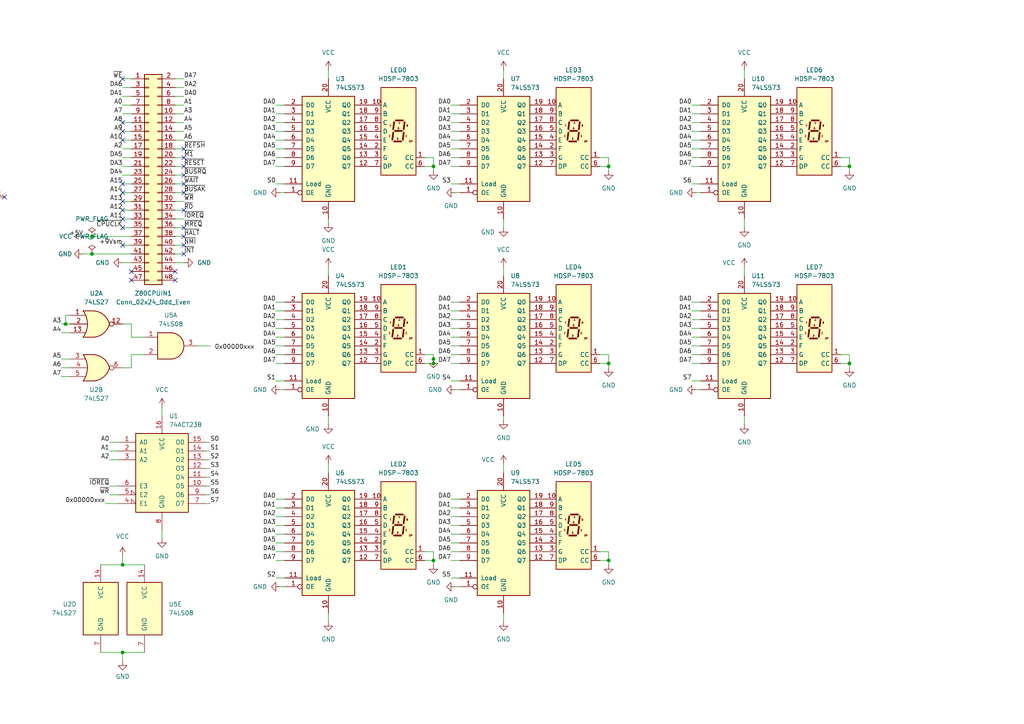
<source format=kicad_sch>
(kicad_sch (version 20211123) (generator eeschema)
  (paper "A4")
  (title_block (title "UniBoard") (date "2019-11-10") (rev "Alpha") (company "Ontobus") (comment 1 "John Bradley") (comment 2 "https://creativecommons.org/licenses/by-nc-sa/4.0/") (comment 3 "Attribution-NonCommercial-ShareAlike 4.0 International License.") (comment 4 "This work is licensed under a Creative Commons "))
  (lib_symbols
    (symbol "74xx:74ACT238" (pin_names (offset 1.016))
      (property "Reference" "U" (at -7.62 11.43 0))
      (property "Value" "74xx_74ACT238" (at -7.62 -13.97 0))
      (symbol "74ACT238_1_0"
        (pin input line (at -12.7 7.62 0) (length 5.08) (name "A0") (number "1"))
        (pin output line (at 12.7 -5.08 180) (length 5.08) (name "O5") (number "10"))
        (pin output line (at 12.7 -2.54 180) (length 5.08) (name "O4") (number "11"))
        (pin output line (at 12.7 0 180) (length 5.08) (name "O3") (number "12"))
        (pin output line (at 12.7 2.54 180) (length 5.08) (name "O2") (number "13"))
        (pin output line (at 12.7 5.08 180) (length 5.08) (name "O1") (number "14"))
        (pin output line (at 12.7 7.62 180) (length 5.08) (name "O0") (number "15"))
        (pin power_in line (at 0 15.24 270) (length 5.08) (name "VCC") (number "16"))
        (pin input line (at -12.7 5.08 0) (length 5.08) (name "A1") (number "2"))
        (pin input line (at -12.7 2.54 0) (length 5.08) (name "A2") (number "3"))
        (pin input input_low (at -12.7 -10.16 0) (length 5.08) (name "E1") (number "4"))
        (pin input input_low (at -12.7 -7.62 0) (length 5.08) (name "E2") (number "5"))
        (pin input line (at -12.7 -5.08 0) (length 5.08) (name "E3") (number "6"))
        (pin output line (at 12.7 -10.16 180) (length 5.08) (name "O7") (number "7"))
        (pin power_in line (at 0 -17.78 90) (length 5.08) (name "GND") (number "8"))
        (pin output line (at 12.7 -7.62 180) (length 5.08) (name "O6") (number "9"))
      )
    )
    (symbol "74xx:74LS08" (pin_names (offset 1.016))
      (property "Reference" "U" (at 0 1.27 0))
      (property "Value" "74LS08" (at 0 -1.27 0))
      (symbol "74LS08_1_1"
        (pin input line (at -7.62 2.54 0) (length 3.81) (name "~") (number "1"))
        (pin input line (at -7.62 -2.54 0) (length 3.81) (name "~") (number "2"))
        (pin output line (at 7.62 0 180) (length 3.81) (name "~") (number "3"))
      )
      (symbol "74LS08_1_2"
        (pin input inverted (at -7.62 2.54 0) (length 4.318) (name "~") (number "1"))
        (pin input inverted (at -7.62 -2.54 0) (length 4.318) (name "~") (number "2"))
        (pin output inverted (at 7.62 0 180) (length 3.81) (name "~") (number "3"))
      )
      (symbol "74LS08_2_1"
        (pin input line (at -7.62 2.54 0) (length 3.81) (name "~") (number "4"))
        (pin input line (at -7.62 -2.54 0) (length 3.81) (name "~") (number "5"))
        (pin output line (at 7.62 0 180) (length 3.81) (name "~") (number "6"))
      )
      (symbol "74LS08_2_2"
        (pin input inverted (at -7.62 2.54 0) (length 4.318) (name "~") (number "4"))
        (pin input inverted (at -7.62 -2.54 0) (length 4.318) (name "~") (number "5"))
        (pin output inverted (at 7.62 0 180) (length 3.81) (name "~") (number "6"))
      )
      (symbol "74LS08_3_1"
        (pin input line (at -7.62 -2.54 0) (length 3.81) (name "~") (number "10"))
        (pin output line (at 7.62 0 180) (length 3.81) (name "~") (number "8"))
        (pin input line (at -7.62 2.54 0) (length 3.81) (name "~") (number "9"))
      )
      (symbol "74LS08_3_2"
        (pin input inverted (at -7.62 -2.54 0) (length 4.318) (name "~") (number "10"))
        (pin output inverted (at 7.62 0 180) (length 3.81) (name "~") (number "8"))
        (pin input inverted (at -7.62 2.54 0) (length 4.318) (name "~") (number "9"))
      )
      (symbol "74LS08_4_1"
        (pin output line (at 7.62 0 180) (length 3.81) (name "~") (number "11"))
        (pin input line (at -7.62 2.54 0) (length 3.81) (name "~") (number "12"))
        (pin input line (at -7.62 -2.54 0) (length 3.81) (name "~") (number "13"))
      )
      (symbol "74LS08_4_2"
        (pin output inverted (at 7.62 0 180) (length 3.81) (name "~") (number "11"))
        (pin input inverted (at -7.62 2.54 0) (length 4.318) (name "~") (number "12"))
        (pin input inverted (at -7.62 -2.54 0) (length 4.318) (name "~") (number "13"))
      )
      (symbol "74LS08_5_0"
        (pin power_in line (at 0 12.7 270) (length 5.08) (name "VCC") (number "14"))
        (pin power_in line (at 0 -12.7 90) (length 5.08) (name "GND") (number "7"))
      )
    )
    (symbol "74xx:74LS27" (pin_names (offset 1.016))
      (property "Reference" "U" (at 0 1.27 0))
      (property "Value" "74LS27" (at 0 -1.27 0))
      (symbol "74LS27_1_1"
        (pin input line (at -7.62 2.54 0) (length 4.318) (name "~") (number "1"))
        (pin output inverted (at 7.62 0 180) (length 3.81) (name "~") (number "12"))
        (pin input line (at -7.62 -2.54 0) (length 4.318) (name "~") (number "13"))
        (pin input line (at -7.62 0 0) (length 4.953) (name "~") (number "2"))
      )
      (symbol "74LS27_1_2"
        (pin input inverted (at -7.62 2.54 0) (length 3.81) (name "~") (number "1"))
        (pin output line (at 7.62 0 180) (length 3.81) (name "~") (number "12"))
        (pin input inverted (at -7.62 -2.54 0) (length 3.81) (name "~") (number "13"))
        (pin input inverted (at -7.62 0 0) (length 3.81) (name "~") (number "2"))
      )
      (symbol "74LS27_2_1"
        (pin input line (at -7.62 2.54 0) (length 4.318) (name "~") (number "3"))
        (pin input line (at -7.62 0 0) (length 4.953) (name "~") (number "4"))
        (pin input line (at -7.62 -2.54 0) (length 4.318) (name "~") (number "5"))
        (pin output inverted (at 7.62 0 180) (length 3.81) (name "~") (number "6"))
      )
      (symbol "74LS27_2_2"
        (pin input inverted (at -7.62 2.54 0) (length 3.81) (name "~") (number "3"))
        (pin input inverted (at -7.62 0 0) (length 3.81) (name "~") (number "4"))
        (pin input inverted (at -7.62 -2.54 0) (length 3.81) (name "~") (number "5"))
        (pin output line (at 7.62 0 180) (length 3.81) (name "~") (number "6"))
      )
      (symbol "74LS27_3_1"
        (pin input line (at -7.62 0 0) (length 4.953) (name "~") (number "10"))
        (pin input line (at -7.62 -2.54 0) (length 4.318) (name "~") (number "11"))
        (pin output inverted (at 7.62 0 180) (length 3.81) (name "~") (number "8"))
        (pin input line (at -7.62 2.54 0) (length 4.318) (name "~") (number "9"))
      )
      (symbol "74LS27_3_2"
        (pin input inverted (at -7.62 0 0) (length 3.81) (name "~") (number "10"))
        (pin input inverted (at -7.62 -2.54 0) (length 3.81) (name "~") (number "11"))
        (pin output line (at 7.62 0 180) (length 3.81) (name "~") (number "8"))
        (pin input inverted (at -7.62 2.54 0) (length 3.81) (name "~") (number "9"))
      )
      (symbol "74LS27_4_0"
        (pin power_in line (at 0 12.7 270) (length 5.08) (name "VCC") (number "14"))
        (pin power_in line (at 0 -12.7 90) (length 5.08) (name "GND") (number "7"))
      )
    )
    (symbol "74xx:74LS573" (pin_names (offset 1.016))
      (property "Reference" "U" (at -7.62 16.51 0))
      (property "Value" "74LS573" (at -7.62 -16.51 0))
      (symbol "74LS573_1_0"
        (pin input inverted (at -12.7 -12.7 0) (length 5.08) (name "OE") (number "1"))
        (pin power_in line (at 0 -20.32 90) (length 5.08) (name "GND") (number "10"))
        (pin input line (at -12.7 -10.16 0) (length 5.08) (name "Load") (number "11"))
        (pin tri_state line (at 12.7 -5.08 180) (length 5.08) (name "Q7") (number "12"))
        (pin tri_state line (at 12.7 -2.54 180) (length 5.08) (name "Q6") (number "13"))
        (pin tri_state line (at 12.7 0 180) (length 5.08) (name "Q5") (number "14"))
        (pin tri_state line (at 12.7 2.54 180) (length 5.08) (name "Q4") (number "15"))
        (pin tri_state line (at 12.7 5.08 180) (length 5.08) (name "Q3") (number "16"))
        (pin tri_state line (at 12.7 7.62 180) (length 5.08) (name "Q2") (number "17"))
        (pin tri_state line (at 12.7 10.16 180) (length 5.08) (name "Q1") (number "18"))
        (pin tri_state line (at 12.7 12.7 180) (length 5.08) (name "Q0") (number "19"))
        (pin input line (at -12.7 12.7 0) (length 5.08) (name "D0") (number "2"))
        (pin power_in line (at 0 20.32 270) (length 5.08) (name "VCC") (number "20"))
        (pin input line (at -12.7 10.16 0) (length 5.08) (name "D1") (number "3"))
        (pin input line (at -12.7 7.62 0) (length 5.08) (name "D2") (number "4"))
        (pin input line (at -12.7 5.08 0) (length 5.08) (name "D3") (number "5"))
        (pin input line (at -12.7 2.54 0) (length 5.08) (name "D4") (number "6"))
        (pin input line (at -12.7 0 0) (length 5.08) (name "D5") (number "7"))
        (pin input line (at -12.7 -2.54 0) (length 5.08) (name "D6") (number "8"))
        (pin input line (at -12.7 -5.08 0) (length 5.08) (name "D7") (number "9"))
      )
    )
    (symbol "Connector_Generic:Conn_02x24_Odd_Even" (pin_names (offset 1.016) hide)
      (property "Reference" "J" (at 1.27 30.48 0))
      (property "Value" "Conn_02x24_Odd_Even" (at 1.27 -33.02 0))
      (symbol "Conn_02x24_Odd_Even_1_1"
        (pin passive line (at -5.08 27.94 0) (length 3.81) (name "Pin_1") (number "1"))
        (pin passive line (at 7.62 17.78 180) (length 3.81) (name "Pin_10") (number "10"))
        (pin passive line (at -5.08 15.24 0) (length 3.81) (name "Pin_11") (number "11"))
        (pin passive line (at 7.62 15.24 180) (length 3.81) (name "Pin_12") (number "12"))
        (pin passive line (at -5.08 12.7 0) (length 3.81) (name "Pin_13") (number "13"))
        (pin passive line (at 7.62 12.7 180) (length 3.81) (name "Pin_14") (number "14"))
        (pin passive line (at -5.08 10.16 0) (length 3.81) (name "Pin_15") (number "15"))
        (pin passive line (at 7.62 10.16 180) (length 3.81) (name "Pin_16") (number "16"))
        (pin passive line (at -5.08 7.62 0) (length 3.81) (name "Pin_17") (number "17"))
        (pin passive line (at 7.62 7.62 180) (length 3.81) (name "Pin_18") (number "18"))
        (pin passive line (at -5.08 5.08 0) (length 3.81) (name "Pin_19") (number "19"))
        (pin passive line (at 7.62 27.94 180) (length 3.81) (name "Pin_2") (number "2"))
        (pin passive line (at 7.62 5.08 180) (length 3.81) (name "Pin_20") (number "20"))
        (pin passive line (at -5.08 2.54 0) (length 3.81) (name "Pin_21") (number "21"))
        (pin passive line (at 7.62 2.54 180) (length 3.81) (name "Pin_22") (number "22"))
        (pin passive line (at -5.08 0 0) (length 3.81) (name "Pin_23") (number "23"))
        (pin passive line (at 7.62 0 180) (length 3.81) (name "Pin_24") (number "24"))
        (pin passive line (at -5.08 -2.54 0) (length 3.81) (name "Pin_25") (number "25"))
        (pin passive line (at 7.62 -2.54 180) (length 3.81) (name "Pin_26") (number "26"))
        (pin passive line (at -5.08 -5.08 0) (length 3.81) (name "Pin_27") (number "27"))
        (pin passive line (at 7.62 -5.08 180) (length 3.81) (name "Pin_28") (number "28"))
        (pin passive line (at -5.08 -7.62 0) (length 3.81) (name "Pin_29") (number "29"))
        (pin passive line (at -5.08 25.4 0) (length 3.81) (name "Pin_3") (number "3"))
        (pin passive line (at 7.62 -7.62 180) (length 3.81) (name "Pin_30") (number "30"))
        (pin passive line (at -5.08 -10.16 0) (length 3.81) (name "Pin_31") (number "31"))
        (pin passive line (at 7.62 -10.16 180) (length 3.81) (name "Pin_32") (number "32"))
        (pin passive line (at -5.08 -12.7 0) (length 3.81) (name "Pin_33") (number "33"))
        (pin passive line (at 7.62 -12.7 180) (length 3.81) (name "Pin_34") (number "34"))
        (pin passive line (at -5.08 -15.24 0) (length 3.81) (name "Pin_35") (number "35"))
        (pin passive line (at 7.62 -15.24 180) (length 3.81) (name "Pin_36") (number "36"))
        (pin passive line (at -5.08 -17.78 0) (length 3.81) (name "Pin_37") (number "37"))
        (pin passive line (at 7.62 -17.78 180) (length 3.81) (name "Pin_38") (number "38"))
        (pin passive line (at -5.08 -20.32 0) (length 3.81) (name "Pin_39") (number "39"))
        (pin passive line (at 7.62 25.4 180) (length 3.81) (name "Pin_4") (number "4"))
        (pin passive line (at 7.62 -20.32 180) (length 3.81) (name "Pin_40") (number "40"))
        (pin passive line (at -5.08 -22.86 0) (length 3.81) (name "Pin_41") (number "41"))
        (pin passive line (at 7.62 -22.86 180) (length 3.81) (name "Pin_42") (number "42"))
        (pin passive line (at -5.08 -25.4 0) (length 3.81) (name "Pin_43") (number "43"))
        (pin passive line (at 7.62 -25.4 180) (length 3.81) (name "Pin_44") (number "44"))
        (pin passive line (at -5.08 -27.94 0) (length 3.81) (name "Pin_45") (number "45"))
        (pin passive line (at 7.62 -27.94 180) (length 3.81) (name "Pin_46") (number "46"))
        (pin passive line (at -5.08 -30.48 0) (length 3.81) (name "Pin_47") (number "47"))
        (pin passive line (at 7.62 -30.48 180) (length 3.81) (name "Pin_48") (number "48"))
        (pin passive line (at -5.08 22.86 0) (length 3.81) (name "Pin_5") (number "5"))
        (pin passive line (at 7.62 22.86 180) (length 3.81) (name "Pin_6") (number "6"))
        (pin passive line (at -5.08 20.32 0) (length 3.81) (name "Pin_7") (number "7"))
        (pin passive line (at 7.62 20.32 180) (length 3.81) (name "Pin_8") (number "8"))
        (pin passive line (at -5.08 17.78 0) (length 3.81) (name "Pin_9") (number "9"))
      )
    )
    (symbol "Display_Character:HDSP-7503"
      (property "Reference" "U" (at -3.81 13.97 0))
      (property "Value" "HDSP-7503" (at 6.35 13.97 0))
      (symbol "HDSP-7503_1_0"
        (text "A" (at 0.254 2.413 0) (effects (font (size 0.508 0.508))))
        (text "B" (at 2.54 1.651 0) (effects (font (size 0.508 0.508))))
        (text "C" (at 2.286 -1.397 0) (effects (font (size 0.508 0.508))))
        (text "D" (at -0.254 -2.159 0) (effects (font (size 0.508 0.508))))
        (text "DP" (at 3.556 -2.921 0) (effects (font (size 0.508 0.508))))
        (text "E" (at -2.54 -1.397 0) (effects (font (size 0.508 0.508))))
        (text "F" (at -2.286 1.651 0) (effects (font (size 0.508 0.508))))
        (text "G" (at 0 0.889 0) (effects (font (size 0.508 0.508))))
      )
      (symbol "HDSP-7503_1_1"
        (pin input line (at 7.62 -7.62 180) (length 2.54) (name "CC") (number "1"))
        (pin input line (at -7.62 7.62 0) (length 2.54) (name "A") (number "10"))
        (pin input line (at -7.62 -5.08 0) (length 2.54) (name "F") (number "2"))
        (pin input line (at -7.62 -7.62 0) (length 2.54) (name "G") (number "3"))
        (pin input line (at -7.62 -2.54 0) (length 2.54) (name "E") (number "4"))
        (pin input line (at -7.62 0 0) (length 2.54) (name "D") (number "5"))
        (pin input line (at 7.62 -10.16 180) (length 2.54) (name "CC") (number "6"))
        (pin input line (at -7.62 -10.16 0) (length 2.54) (name "DP") (number "7"))
        (pin input line (at -7.62 2.54 0) (length 2.54) (name "C") (number "8"))
        (pin input line (at -7.62 5.08 0) (length 2.54) (name "B") (number "9"))
      )
    )
    (symbol "Display_Character:HDSP-7803"
      (property "Reference" "U" (at -3.81 13.97 0))
      (property "Value" "HDSP-7803" (at 6.35 13.97 0))
      (symbol "HDSP-7803_1_0"
        (text "A" (at 0.254 2.413 0) (effects (font (size 0.508 0.508))))
        (text "B" (at 2.54 1.651 0) (effects (font (size 0.508 0.508))))
        (text "C" (at 2.286 -1.397 0) (effects (font (size 0.508 0.508))))
        (text "D" (at -0.254 -2.159 0) (effects (font (size 0.508 0.508))))
        (text "DP" (at 3.556 -2.921 0) (effects (font (size 0.508 0.508))))
        (text "E" (at -2.54 -1.397 0) (effects (font (size 0.508 0.508))))
        (text "F" (at -2.286 1.651 0) (effects (font (size 0.508 0.508))))
        (text "G" (at 0 0.889 0) (effects (font (size 0.508 0.508))))
      )
      (symbol "HDSP-7803_1_1"
        (pin input line (at 7.62 -7.62 180) (length 2.54) (name "CC") (number "1"))
        (pin input line (at -7.62 7.62 0) (length 2.54) (name "A") (number "10"))
        (pin input line (at -7.62 -5.08 0) (length 2.54) (name "F") (number "2"))
        (pin input line (at -7.62 -7.62 0) (length 2.54) (name "G") (number "3"))
        (pin input line (at -7.62 -2.54 0) (length 2.54) (name "E") (number "4"))
        (pin input line (at -7.62 0 0) (length 2.54) (name "D") (number "5"))
        (pin input line (at 7.62 -10.16 180) (length 2.54) (name "CC") (number "6"))
        (pin input line (at -7.62 -10.16 0) (length 2.54) (name "DP") (number "7"))
        (pin input line (at -7.62 2.54 0) (length 2.54) (name "C") (number "8"))
        (pin input line (at -7.62 5.08 0) (length 2.54) (name "B") (number "9"))
      )
    )
    (symbol "power:GND" (power) (pin_names (offset 0))
      (property "Value" "GND" (at 0 -3.81 0))
      (symbol "GND_1_1"
        (pin power_in line (at 0 0 270) (length 0) hide (name "GND") (number "1"))
      )
    )
    (symbol "power:PWR_FLAG" (power) (pin_numbers hide) (pin_names (offset 0) hide)
      (property "Value" "PWR_FLAG" (at 0 3.81 0))
      (symbol "PWR_FLAG_0_0"
        (pin power_out line (at 0 0 90) (length 0) (name "pwr") (number "1"))
      )
    )
    (symbol "power:VCC" (power) (pin_names (offset 0))
      (property "Value" "VCC" (at 0 3.81 0))
      (symbol "VCC_1_1"
        (pin power_in line (at 0 0 90) (length 0) hide (name "VCC") (number "1"))
      )
    )
  )
  (junction (at 125.73 105.41))
  (junction (at 246.38 105.41))
  (junction (at 26.67 68.58))
  (junction (at 125.73 104.14))
  (junction (at 246.38 48.26))
  (junction (at 125.73 162.56))
  (junction (at 125.73 48.26))
  (junction (at 35.56 163.83))
  (junction (at 26.67 73.66))
  (junction (at 19.05 93.98))
  (junction (at 176.53 48.26))
  (junction (at 176.53 105.41))
  (junction (at 35.56 189.23))
  (junction (at 176.53 162.56))
  (no_connect (at 35.56 58.42))
  (no_connect (at 53.34 45.72))
  (no_connect (at 53.34 73.66))
  (no_connect (at 53.34 66.04))
  (no_connect (at 35.56 53.34))
  (no_connect (at 53.34 43.18))
  (no_connect (at 53.34 71.12))
  (no_connect (at 53.34 68.58))
  (no_connect (at 35.56 60.96))
  (no_connect (at -58.42 59.69))
  (no_connect (at -33.02 54.61))
  (no_connect (at 35.56 66.04))
  (no_connect (at 53.34 60.96))
  (no_connect (at -26.67 27.94))
  (no_connect (at 53.34 50.8))
  (no_connect (at 53.34 55.88))
  (no_connect (at 53.34 48.26))
  (no_connect (at -17.78 57.15))
  (no_connect (at 35.56 40.64))
  (no_connect (at -26.67 22.86))
  (no_connect (at -58.42 54.61))
  (no_connect (at 53.34 53.34))
  (no_connect (at 35.56 71.12))
  (no_connect (at 50.8 81.28))
  (no_connect (at 38.1 81.28))
  (no_connect (at -26.67 25.4))
  (no_connect (at 35.56 38.1))
  (no_connect (at -43.18 57.15))
  (no_connect (at -13.97 59.69))
  (no_connect (at 1.27 57.15))
  (no_connect (at -33.02 59.69))
  (no_connect (at -11.43 25.4))
  (no_connect (at -13.97 54.61))
  (no_connect (at 35.56 35.56))
  (no_connect (at 35.56 63.5))
  (no_connect (at 38.1 78.74))
  (no_connect (at 35.56 55.88))
  (no_connect (at 50.8 78.74))
  (no_connect (at 35.56 22.86))
  (wire (pts (xy 59.69 133.35) (xy 60.96 133.35)))
  (wire (pts (xy 215.9 63.5) (xy 215.9 66.04)))
  (wire (pts (xy 38.1 55.88) (xy 35.56 55.88)))
  (wire (pts (xy 133.35 154.94) (xy 130.81 154.94)))
  (wire (pts (xy 34.29 128.27) (xy 31.75 128.27)))
  (wire (pts (xy 35.56 163.83) (xy 35.56 161.29)))
  (wire (pts (xy 133.35 90.17) (xy 130.81 90.17)))
  (wire (pts (xy 38.1 71.12) (xy 35.56 71.12)))
  (wire (pts (xy 173.99 105.41) (xy 176.53 105.41)))
  (wire (pts (xy 215.9 120.65) (xy 215.9 123.19)))
  (wire (pts (xy 133.35 33.02) (xy 130.81 33.02)))
  (wire (pts (xy 246.38 102.87) (xy 246.38 105.41)))
  (wire (pts (xy 38.1 48.26) (xy 35.56 48.26)))
  (wire (pts (xy 203.2 87.63) (xy 200.66 87.63)))
  (wire (pts (xy 243.84 48.26) (xy 246.38 48.26)))
  (wire (pts (xy 82.55 167.64) (xy 80.01 167.64)))
  (wire (pts (xy 203.2 95.25) (xy 200.66 95.25)))
  (wire (pts (xy 53.34 71.12) (xy 50.8 71.12)))
  (wire (pts (xy 203.2 35.56) (xy 200.66 35.56)))
  (wire (pts (xy 95.25 177.8) (xy 95.25 180.34)))
  (wire (pts (xy 82.55 144.78) (xy 80.01 144.78)))
  (wire (pts (xy 50.8 50.8) (xy 53.34 50.8)))
  (wire (pts (xy 20.32 104.14) (xy 17.78 104.14)))
  (wire (pts (xy 59.69 143.51) (xy 60.96 143.51)))
  (wire (pts (xy 133.35 167.64) (xy 130.81 167.64)))
  (wire (pts (xy 50.8 63.5) (xy 53.34 63.5)))
  (wire (pts (xy 41.91 102.87) (xy 38.1 102.87)))
  (wire (pts (xy 46.99 153.67) (xy 46.99 156.21)))
  (wire (pts (xy 133.35 35.56) (xy 130.81 35.56)))
  (wire (pts (xy 95.25 22.86) (xy 95.25 20.32)))
  (wire (pts (xy 35.56 163.83) (xy 41.91 163.83)))
  (wire (pts (xy 125.73 104.14) (xy 125.73 105.41)))
  (wire (pts (xy 173.99 160.02) (xy 176.53 160.02)))
  (wire (pts (xy 146.05 63.5) (xy 146.05 66.04)))
  (wire (pts (xy 38.1 45.72) (xy 35.56 45.72)))
  (wire (pts (xy 203.2 45.72) (xy 200.66 45.72)))
  (wire (pts (xy 29.21 163.83) (xy 35.56 163.83)))
  (wire (pts (xy 123.19 105.41) (xy 125.73 105.41)))
  (wire (pts (xy 203.2 100.33) (xy 200.66 100.33)))
  (wire (pts (xy 176.53 102.87) (xy 176.53 105.41)))
  (wire (pts (xy 38.1 60.96) (xy 35.56 60.96)))
  (wire (pts (xy 59.69 128.27) (xy 60.96 128.27)))
  (wire (pts (xy 133.35 43.18) (xy 130.81 43.18)))
  (wire (pts (xy 50.8 43.18) (xy 53.34 43.18)))
  (wire (pts (xy 82.55 87.63) (xy 80.01 87.63)))
  (wire (pts (xy 34.29 146.05) (xy 30.48 146.05)))
  (wire (pts (xy 38.1 68.58) (xy 26.67 68.58)))
  (wire (pts (xy 50.8 66.04) (xy 53.34 66.04)))
  (wire (pts (xy 50.8 53.34) (xy 53.34 53.34)))
  (wire (pts (xy 50.8 33.02) (xy 53.34 33.02)))
  (wire (pts (xy 38.1 66.04) (xy 35.56 66.04)))
  (wire (pts (xy 133.35 45.72) (xy 130.81 45.72)))
  (wire (pts (xy 20.32 106.68) (xy 17.78 106.68)))
  (wire (pts (xy 38.1 43.18) (xy 35.56 43.18)))
  (wire (pts (xy 20.32 96.52) (xy 17.78 96.52)))
  (wire (pts (xy 20.32 93.98) (xy 19.05 93.98)))
  (wire (pts (xy 133.35 97.79) (xy 130.81 97.79)))
  (wire (pts (xy 176.53 48.26) (xy 176.53 49.53)))
  (wire (pts (xy 243.84 105.41) (xy 246.38 105.41)))
  (wire (pts (xy 133.35 113.03) (xy 132.08 113.03)))
  (wire (pts (xy 133.35 48.26) (xy 130.81 48.26)))
  (wire (pts (xy 82.55 100.33) (xy 80.01 100.33)))
  (wire (pts (xy 203.2 38.1) (xy 200.66 38.1)))
  (wire (pts (xy 146.05 120.65) (xy 146.05 121.92)))
  (wire (pts (xy 203.2 40.64) (xy 200.66 40.64)))
  (wire (pts (xy 173.99 45.72) (xy 176.53 45.72)))
  (wire (pts (xy 82.55 160.02) (xy 80.01 160.02)))
  (wire (pts (xy 38.1 27.94) (xy 35.56 27.94)))
  (wire (pts (xy 82.55 154.94) (xy 80.01 154.94)))
  (wire (pts (xy 246.38 48.26) (xy 246.38 49.53)))
  (wire (pts (xy 82.55 162.56) (xy 80.01 162.56)))
  (wire (pts (xy 50.8 55.88) (xy 53.34 55.88)))
  (wire (pts (xy 203.2 113.03) (xy 201.93 113.03)))
  (wire (pts (xy 59.69 130.81) (xy 60.96 130.81)))
  (wire (pts (xy 82.55 90.17) (xy 80.01 90.17)))
  (wire (pts (xy 203.2 48.26) (xy 200.66 48.26)))
  (wire (pts (xy 146.05 177.8) (xy 146.05 180.34)))
  (wire (pts (xy 246.38 45.72) (xy 246.38 48.26)))
  (wire (pts (xy 50.8 40.64) (xy 53.34 40.64)))
  (wire (pts (xy 203.2 43.18) (xy 200.66 43.18)))
  (wire (pts (xy 133.35 38.1) (xy 130.81 38.1)))
  (wire (pts (xy 20.32 109.22) (xy 17.78 109.22)))
  (wire (pts (xy 133.35 92.71) (xy 130.81 92.71)))
  (wire (pts (xy 38.1 102.87) (xy 38.1 106.68)))
  (wire (pts (xy 203.2 90.17) (xy 200.66 90.17)))
  (wire (pts (xy 95.25 80.01) (xy 95.25 77.47)))
  (wire (pts (xy 38.1 76.2) (xy 35.56 76.2)))
  (wire (pts (xy 29.21 189.23) (xy 35.56 189.23)))
  (wire (pts (xy 38.1 58.42) (xy 35.56 58.42)))
  (wire (pts (xy 133.35 53.34) (xy 130.81 53.34)))
  (wire (pts (xy 95.25 137.16) (xy 95.25 134.62)))
  (wire (pts (xy 125.73 162.56) (xy 125.73 163.83)))
  (wire (pts (xy 50.8 73.66) (xy 53.34 73.66)))
  (wire (pts (xy 203.2 110.49) (xy 200.66 110.49)))
  (wire (pts (xy 203.2 102.87) (xy 200.66 102.87)))
  (wire (pts (xy 82.55 33.02) (xy 80.01 33.02)))
  (wire (pts (xy 176.53 160.02) (xy 176.53 162.56)))
  (wire (pts (xy 123.19 102.87) (xy 125.73 102.87)))
  (wire (pts (xy 34.29 130.81) (xy 31.75 130.81)))
  (wire (pts (xy 38.1 63.5) (xy 35.56 63.5)))
  (wire (pts (xy 133.35 40.64) (xy 130.81 40.64)))
  (wire (pts (xy 125.73 48.26) (xy 125.73 49.53)))
  (wire (pts (xy 133.35 162.56) (xy 130.81 162.56)))
  (wire (pts (xy 82.55 92.71) (xy 80.01 92.71)))
  (wire (pts (xy 38.1 22.86) (xy 35.56 22.86)))
  (wire (pts (xy 50.8 38.1) (xy 53.34 38.1)))
  (wire (pts (xy 34.29 133.35) (xy 31.75 133.35)))
  (wire (pts (xy 57.15 100.33) (xy 60.96 100.33)))
  (wire (pts (xy 123.19 162.56) (xy 125.73 162.56)))
  (wire (pts (xy 35.56 189.23) (xy 35.56 191.77)))
  (wire (pts (xy 82.55 149.86) (xy 80.01 149.86)))
  (wire (pts (xy 59.69 146.05) (xy 60.96 146.05)))
  (wire (pts (xy 19.05 93.98) (xy 19.05 91.44)))
  (wire (pts (xy 176.53 162.56) (xy 176.53 163.83)))
  (wire (pts (xy 133.35 110.49) (xy 130.81 110.49)))
  (wire (pts (xy 82.55 95.25) (xy 80.01 95.25)))
  (wire (pts (xy 203.2 55.88) (xy 201.93 55.88)))
  (wire (pts (xy 82.55 43.18) (xy 80.01 43.18)))
  (wire (pts (xy 50.8 60.96) (xy 53.34 60.96)))
  (wire (pts (xy 50.8 58.42) (xy 53.34 58.42)))
  (wire (pts (xy 146.05 80.01) (xy 146.05 77.47)))
  (wire (pts (xy 50.8 76.2) (xy 53.34 76.2)))
  (wire (pts (xy 95.25 63.5) (xy 95.25 64.77)))
  (wire (pts (xy 123.19 160.02) (xy 125.73 160.02)))
  (wire (pts (xy 19.05 93.98) (xy 17.78 93.98)))
  (wire (pts (xy 24.13 73.66) (xy 26.67 73.66)))
  (wire (pts (xy 50.8 68.58) (xy 53.34 68.58)))
  (wire (pts (xy 82.55 152.4) (xy 80.01 152.4)))
  (wire (pts (xy 38.1 38.1) (xy 35.56 38.1)))
  (wire (pts (xy 46.99 120.65) (xy 46.99 118.11)))
  (wire (pts (xy 215.9 80.01) (xy 215.9 77.47)))
  (wire (pts (xy 173.99 48.26) (xy 176.53 48.26)))
  (wire (pts (xy 82.55 157.48) (xy 80.01 157.48)))
  (wire (pts (xy 82.55 102.87) (xy 80.01 102.87)))
  (wire (pts (xy 176.53 45.72) (xy 176.53 48.26)))
  (wire (pts (xy 38.1 97.79) (xy 38.1 93.98)))
  (wire (pts (xy 133.35 102.87) (xy 130.81 102.87)))
  (wire (pts (xy 133.35 170.18) (xy 132.08 170.18)))
  (wire (pts (xy 50.8 25.4) (xy 53.34 25.4)))
  (wire (pts (xy 125.73 160.02) (xy 125.73 162.56)))
  (wire (pts (xy 203.2 30.48) (xy 200.66 30.48)))
  (wire (pts (xy 173.99 102.87) (xy 176.53 102.87)))
  (wire (pts (xy 50.8 45.72) (xy 53.34 45.72)))
  (wire (pts (xy 26.67 73.66) (xy 38.1 73.66)))
  (wire (pts (xy 146.05 22.86) (xy 146.05 20.32)))
  (wire (pts (xy 133.35 147.32) (xy 130.81 147.32)))
  (wire (pts (xy 176.53 105.41) (xy 176.53 106.68)))
  (wire (pts (xy 203.2 92.71) (xy 200.66 92.71)))
  (wire (pts (xy 243.84 102.87) (xy 246.38 102.87)))
  (wire (pts (xy 50.8 30.48) (xy 53.34 30.48)))
  (wire (pts (xy 50.8 35.56) (xy 53.34 35.56)))
  (wire (pts (xy 35.56 189.23) (xy 41.91 189.23)))
  (wire (pts (xy 82.55 38.1) (xy 80.01 38.1)))
  (wire (pts (xy 38.1 50.8) (xy 35.56 50.8)))
  (wire (pts (xy 125.73 105.41) (xy 125.73 106.68)))
  (wire (pts (xy 133.35 87.63) (xy 130.81 87.63)))
  (wire (pts (xy 133.35 157.48) (xy 130.81 157.48)))
  (wire (pts (xy 26.67 68.58) (xy 24.13 68.58)))
  (wire (pts (xy 59.69 135.89) (xy 60.96 135.89)))
  (wire (pts (xy 215.9 22.86) (xy 215.9 20.32)))
  (wire (pts (xy 82.55 110.49) (xy 80.01 110.49)))
  (wire (pts (xy 34.29 143.51) (xy 31.75 143.51)))
  (wire (pts (xy 133.35 149.86) (xy 130.81 149.86)))
  (wire (pts (xy 133.35 160.02) (xy 130.81 160.02)))
  (wire (pts (xy 243.84 45.72) (xy 246.38 45.72)))
  (wire (pts (xy 203.2 97.79) (xy 200.66 97.79)))
  (wire (pts (xy 133.35 144.78) (xy 130.81 144.78)))
  (wire (pts (xy 82.55 53.34) (xy 80.01 53.34)))
  (wire (pts (xy 82.55 105.41) (xy 80.01 105.41)))
  (wire (pts (xy 125.73 102.87) (xy 125.73 104.14)))
  (wire (pts (xy 203.2 105.41) (xy 200.66 105.41)))
  (wire (pts (xy 59.69 140.97) (xy 60.96 140.97)))
  (wire (pts (xy 38.1 33.02) (xy 35.56 33.02)))
  (wire (pts (xy 173.99 162.56) (xy 176.53 162.56)))
  (wire (pts (xy 133.35 95.25) (xy 130.81 95.25)))
  (wire (pts (xy 246.38 105.41) (xy 246.38 106.68)))
  (wire (pts (xy 38.1 53.34) (xy 35.56 53.34)))
  (wire (pts (xy 38.1 40.64) (xy 35.56 40.64)))
  (wire (pts (xy 50.8 27.94) (xy 53.34 27.94)))
  (wire (pts (xy 123.19 48.26) (xy 125.73 48.26)))
  (wire (pts (xy 82.55 40.64) (xy 80.01 40.64)))
  (wire (pts (xy 82.55 48.26) (xy 80.01 48.26)))
  (wire (pts (xy 82.55 30.48) (xy 80.01 30.48)))
  (wire (pts (xy 82.55 97.79) (xy 80.01 97.79)))
  (wire (pts (xy 82.55 147.32) (xy 80.01 147.32)))
  (wire (pts (xy 50.8 22.86) (xy 53.34 22.86)))
  (wire (pts (xy 82.55 113.03) (xy 81.28 113.03)))
  (wire (pts (xy 41.91 97.79) (xy 38.1 97.79)))
  (wire (pts (xy 59.69 138.43) (xy 60.96 138.43)))
  (wire (pts (xy 123.19 45.72) (xy 125.73 45.72)))
  (wire (pts (xy 133.35 100.33) (xy 130.81 100.33)))
  (wire (pts (xy 82.55 35.56) (xy 80.01 35.56)))
  (wire (pts (xy 19.05 91.44) (xy 20.32 91.44)))
  (wire (pts (xy 133.35 152.4) (xy 130.81 152.4)))
  (wire (pts (xy 82.55 45.72) (xy 80.01 45.72)))
  (wire (pts (xy 38.1 35.56) (xy 35.56 35.56)))
  (wire (pts (xy 146.05 137.16) (xy 146.05 134.62)))
  (wire (pts (xy 38.1 93.98) (xy 35.56 93.98)))
  (wire (pts (xy 203.2 33.02) (xy 200.66 33.02)))
  (wire (pts (xy 38.1 106.68) (xy 35.56 106.68)))
  (wire (pts (xy 95.25 120.65) (xy 95.25 123.19)))
  (wire (pts (xy 82.55 170.18) (xy 81.28 170.18)))
  (wire (pts (xy 34.29 140.97) (xy 31.75 140.97)))
  (wire (pts (xy 133.35 105.41) (xy 130.81 105.41)))
  (wire (pts (xy 82.55 55.88) (xy 81.28 55.88)))
  (wire (pts (xy 38.1 25.4) (xy 35.56 25.4)))
  (wire (pts (xy 133.35 30.48) (xy 130.81 30.48)))
  (wire (pts (xy 38.1 30.48) (xy 35.56 30.48)))
  (wire (pts (xy 133.35 55.88) (xy 132.08 55.88)))
  (wire (pts (xy 203.2 53.34) (xy 200.66 53.34)))
  (wire (pts (xy 125.73 45.72) (xy 125.73 48.26)))
  (wire (pts (xy 50.8 48.26) (xy 53.34 48.26)))
  (label "DA4" (at 80.01 97.79 180))
  (label "DA4" (at 80.01 40.64 180))
  (label "~{WR}" (at 53.34 58.42 0))
  (label "S6" (at 200.66 53.34 180))
  (label "DA5" (at 200.66 100.33 180))
  (label "DA6" (at 130.81 45.72 180))
  (label "DA7" (at 80.01 105.41 180))
  (label "S7" (at 60.96 146.05 0))
  (label "DA7" (at 130.81 105.41 180))
  (label "DA5" (at 80.01 100.33 180))
  (label "DA0" (at 130.81 30.48 180))
  (label "DA6" (at 200.66 102.87 180))
  (label "DA6" (at 35.56 25.4 180))
  (label "~{HALT}" (at 53.34 68.58 0))
  (label "DA6" (at 200.66 45.72 180))
  (label "A7" (at 35.56 33.02 180))
  (label "DA0" (at 200.66 30.48 180))
  (label "DA4" (at 80.01 154.94 180))
  (label "DA5" (at 80.01 43.18 180))
  (label "DA1" (at 80.01 90.17 180))
  (label "S2" (at 80.01 167.64 180))
  (label "DA7" (at 200.66 48.26 180))
  (label "DA6" (at 80.01 102.87 180))
  (label "A1" (at 53.34 30.48 0))
  (label "~{WR}" (at 31.75 143.51 180))
  (label "A0" (at 35.56 30.48 180))
  (label "A3" (at 53.34 33.02 0))
  (label "DA0" (at 53.34 27.94 0))
  (label "DA0" (at 130.81 144.78 180))
  (label "DA4" (at 130.81 97.79 180))
  (label "A6" (at 53.34 40.64 0))
  (label "A2" (at 35.56 43.18 180))
  (label "DA1" (at 130.81 147.32 180))
  (label "S1" (at 60.96 130.81 0))
  (label "DA5" (at 130.81 43.18 180))
  (label "A14" (at 35.56 55.88 180))
  (label "S2" (at 60.96 133.35 0))
  (label "DA0" (at 80.01 144.78 180))
  (label "DA1" (at 35.56 27.94 180))
  (label "DA7" (at 200.66 105.41 180))
  (label "~{CPUCLK}" (at 35.56 66.04 180))
  (label "DA6" (at 130.81 102.87 180))
  (label "DA0" (at 80.01 87.63 180))
  (label "A10" (at 35.56 40.64 180))
  (label "S4" (at 60.96 138.43 0))
  (label "S0" (at 80.01 53.34 180))
  (label "DA3" (at 80.01 38.1 180))
  (label "DA3" (at 35.56 48.26 180))
  (label "DA7" (at 80.01 48.26 180))
  (label "DA1" (at 200.66 33.02 180))
  (label "DA3" (at 80.01 152.4 180))
  (label "0x00000xxx" (at 30.48 146.05 180))
  (label "DA3" (at 80.01 95.25 180))
  (label "DA5" (at 35.56 45.72 180))
  (label "A12" (at 35.56 60.96 180))
  (label "DA2" (at 130.81 149.86 180))
  (label "DA6" (at 130.81 160.02 180))
  (label "A7" (at 17.78 109.22 180))
  (label "~{IOREQ}" (at 53.34 63.5 0))
  (label "A4" (at 53.34 35.56 0))
  (label "~{MREQ}" (at 53.34 66.04 0))
  (label "DA2" (at 80.01 35.56 180))
  (label "DA3" (at 200.66 38.1 180))
  (label "~{REFSH}" (at 53.34 43.18 0))
  (label "DA1" (at 130.81 33.02 180))
  (label "DA2" (at 53.34 25.4 0))
  (label "A8" (at 35.56 35.56 180))
  (label "DA3" (at 130.81 38.1 180))
  (label "DA5" (at 130.81 100.33 180))
  (label "A9" (at 35.56 38.1 180))
  (label "DA4" (at 130.81 40.64 180))
  (label "DA2" (at 130.81 35.56 180))
  (label "DA2" (at 200.66 35.56 180))
  (label "~{BUSRQ}" (at 53.34 50.8 0))
  (label "DA5" (at 80.01 157.48 180))
  (label "DA7" (at 130.81 48.26 180))
  (label "DA3" (at 130.81 152.4 180))
  (label "DA0" (at 80.01 30.48 180))
  (label "DA4" (at 200.66 40.64 180))
  (label "A2" (at 31.75 133.35 180))
  (label "A5" (at 53.34 38.1 0))
  (label "S5" (at 60.96 140.97 0))
  (label "DA0" (at 130.81 87.63 180))
  (label "S0" (at 60.96 128.27 0))
  (label "DA6" (at 80.01 160.02 180))
  (label "DA1" (at 80.01 33.02 180))
  (label "A1" (at 31.75 130.81 180))
  (label "~{NMI}" (at 53.34 71.12 0))
  (label "DA1" (at 200.66 90.17 180))
  (label "DA1" (at 130.81 90.17 180))
  (label "DA6" (at 80.01 45.72 180))
  (label "DA2" (at 80.01 149.86 180))
  (label "A4" (at 17.78 96.52 180))
  (label "A6" (at 17.78 106.68 180))
  (label "~{BUSAK}" (at 53.34 55.88 0))
  (label "S5" (at 130.81 167.64 180))
  (label "~{WE}" (at 35.56 22.86 180))
  (label "DA4" (at 35.56 50.8 180))
  (label "+9Vsm" (at 35.56 71.12 180))
  (label "DA5" (at 200.66 43.18 180))
  (label "~{INT}" (at 53.34 73.66 0))
  (label "S3" (at 60.96 135.89 0))
  (label "DA2" (at 130.81 92.71 180))
  (label "S4" (at 130.81 110.49 180))
  (label "A15" (at 35.56 53.34 180))
  (label "A11" (at 35.56 63.5 180))
  (label "DA2" (at 80.01 92.71 180))
  (label "DA2" (at 200.66 92.71 180))
  (label "~{RD}" (at 53.34 60.96 0))
  (label "DA4" (at 200.66 97.79 180))
  (label "DA7" (at 53.34 22.86 0))
  (label "A13" (at 35.56 58.42 180))
  (label "DA3" (at 200.66 95.25 180))
  (label "S1" (at 80.01 110.49 180))
  (label "A0" (at 31.75 128.27 180))
  (label "A5" (at 17.78 104.14 180))
  (label "+5V" (at 24.13 68.58 180))
  (label "0x00000xxx" (at 62.23 101.6 0))
  (label "DA5" (at 130.81 157.48 180))
  (label "DA7" (at 80.01 162.56 180))
  (label "DA3" (at 130.81 95.25 180))
  (label "~{M1}" (at 53.34 45.72 0))
  (label "S7" (at 200.66 110.49 180))
  (label "~{RESET}" (at 53.34 48.26 0))
  (label "DA7" (at 130.81 162.56 180))
  (label "DA0" (at 200.66 87.63 180))
  (label "A3" (at 17.78 93.98 180))
  (label "S6" (at 60.96 143.51 0))
  (label "~{IOREQ}" (at 31.75 140.97 180))
  (label "DA4" (at 130.81 154.94 180))
  (label "~{WAIT}" (at 53.34 53.34 0))
  (label "DA1" (at 80.01 147.32 180))
  (label "S3" (at 130.81 53.34 180))
  (symbol (lib_id "74xx:74ACT238") (at 46.99 135.89 0) (unit 1)
    (property "Reference" "U1" (at 49.0094 120.65 0) (effects (justify left)))
    (property "Value" "74ACT238" (at 49.0094 123.19 0) (effects (justify left)))
    (property "Footprint" "Package_DIP:DIP-16_W7.62mm" (effects hide))
    (property "Datasheet" "http://www.ti.com/lit/gpn/cd74act138" (effects hide))
    (property "Manufacturer_Name" "Texas Instruments" (effects hide))
    (property "Manufacturer_Part_Number" "CD74ACT238E" (effects hide))
  )
  (symbol (lib_id "Display_Character:HDSP-7803") (at 115.57 38.1 0) (unit 1)
    (property "Reference" "LED0" (at 115.57 20.32 0))
    (property "Value" "HDSP-7803" (at 115.57 22.86 0))
    (property "Footprint" "Display_7Segment:HDSP-7801" (effects hide))
    (property "Datasheet" "https://docs.broadcom.com/docs/AV02-2553EN" (effects hide))
    (property "Manufacturer_Name" "Broadcom" (effects hide))
    (property "Manufacturer_Part_Number" "HDSP-7803" (effects hide))
  )
  (symbol (lib_id "power:GND") (at 46.99 156.21 0) (unit 1)
    (property "Reference" "#~~~PWR0101" (effects hide))
    (property "Value" "GND" (at 46.99 161.29 0))
  )
  (symbol (lib_id "power:VCC") (at 24.13 68.58 90) (unit 1)
    (property "Reference" "#PWR0101" (effects hide))
    (property "Value" "VCC" (at 20.955 68.5799 90) (effects (justify left)))
  )
  (symbol (lib_id "power:VCC") (at 46.99 118.11 0) (unit 1)
    (property "Reference" "#PWR0102" (effects hide))
    (property "Value" "VCC" (at 46.99 113.03 0))
  )
  (symbol (lib_id "Display_Character:HDSP-7803") (at 166.37 95.25 0) (unit 1)
    (property "Reference" "LED4" (at 166.37 77.47 0))
    (property "Value" "HDSP-7803" (at 166.37 80.01 0))
    (property "Footprint" "Display_7Segment:HDSP-7801" (effects hide))
    (property "Datasheet" "https://docs.broadcom.com/docs/AV02-2553EN" (effects hide))
    (property "Manufacturer_Name" "Broadcom" (effects hide))
    (property "Manufacturer_Part_Number" "HDSP-7803" (effects hide))
  )
  (symbol (lib_id "Display_Character:HDSP-7803") (at 115.57 95.25 0) (unit 1)
    (property "Reference" "LED1" (at 115.57 77.47 0))
    (property "Value" "HDSP-7803" (at 115.57 80.01 0))
    (property "Footprint" "Display_7Segment:HDSP-7801" (effects hide))
    (property "Datasheet" "https://docs.broadcom.com/docs/AV02-2553EN" (effects hide))
    (property "Manufacturer_Name" "Broadcom" (effects hide))
    (property "Manufacturer_Part_Number" "HDSP-7803" (effects hide))
  )
  (symbol (lib_id "Display_Character:HDSP-7803") (at 166.37 152.4 0) (unit 1)
    (property "Reference" "LED5" (at 166.37 134.62 0))
    (property "Value" "HDSP-7803" (at 166.37 137.16 0))
    (property "Footprint" "Display_7Segment:HDSP-7801" (effects hide))
    (property "Datasheet" "https://docs.broadcom.com/docs/AV02-2553EN" (effects hide))
    (property "Manufacturer_Name" "Broadcom" (effects hide))
    (property "Manufacturer_Part_Number" "HDSP-7803" (effects hide))
  )
  (symbol (lib_id "Display_Character:HDSP-7803") (at 115.57 152.4 0) (unit 1)
    (property "Reference" "LED2" (at 115.57 134.62 0))
    (property "Value" "HDSP-7803" (at 115.57 137.16 0))
    (property "Footprint" "Display_7Segment:HDSP-7801" (effects hide))
    (property "Datasheet" "https://docs.broadcom.com/docs/AV02-2553EN" (effects hide))
    (property "Manufacturer_Name" "Broadcom" (effects hide))
    (property "Manufacturer_Part_Number" "HDSP-7803" (effects hide))
  )
  (symbol (lib_id "Display_Character:HDSP-7803") (at 236.22 38.1 0) (unit 1)
    (property "Reference" "LED6" (at 236.22 20.32 0))
    (property "Value" "HDSP-7803" (at 236.22 22.86 0))
    (property "Footprint" "Display_7Segment:HDSP-7801" (effects hide))
    (property "Datasheet" "https://docs.broadcom.com/docs/AV02-2553EN" (effects hide))
    (property "Manufacturer_Name" "Broadcom" (effects hide))
    (property "Manufacturer_Part_Number" "HDSP-7803" (effects hide))
  )
  (symbol (lib_id "Display_Character:HDSP-7503") (at 166.37 38.1 0) (unit 1)
    (property "Reference" "LED3" (at 166.37 20.32 0))
    (property "Value" "HDSP-7803" (at 166.37 22.86 0))
    (property "Footprint" "Display_7Segment:HDSP-7801" (effects hide))
    (property "Datasheet" "https://docs.broadcom.com/docs/AV02-2553EN" (effects hide))
    (property "Manufacturer_Name" "Broadcom" (effects hide))
    (property "Manufacturer_Part_Number" "HDSP-7803" (effects hide))
  )
  (symbol (lib_id "Display_Character:HDSP-7803") (at 236.22 95.25 0) (unit 1)
    (property "Reference" "LED7" (at 236.22 77.47 0))
    (property "Value" "HDSP-7803" (at 236.22 80.01 0))
    (property "Footprint" "Display_7Segment:HDSP-7801" (effects hide))
    (property "Datasheet" "https://docs.broadcom.com/docs/AV02-2553EN" (effects hide))
    (property "Manufacturer_Name" "Broadcom" (effects hide))
    (property "Manufacturer_Part_Number" "HDSP-7803" (effects hide))
  )
  (symbol (lib_id "74xx:74LS27") (at 27.94 106.68 0) (unit 2)
    (property "Reference" "U2" (at 27.94 113.03 0))
    (property "Value" "74LS27" (at 27.94 115.57 0))
    (property "Footprint" "Package_DIP:DIP-14_W7.62mm" (effects hide))
    (property "Datasheet" "http://www.ti.com/lit/gpn/sn74LS27" (effects hide))
    (property "Manufacturer_Name" "Texas Instruments" (effects hide))
    (property "Manufacturer_Part_Number" "SN74ALS27AN " (effects hide))
  )
  (symbol (lib_id "74xx:74LS27") (at 27.94 93.98 0) (unit 1)
    (property "Reference" "U2" (at 27.94 85.09 0))
    (property "Value" "74LS27" (at 27.94 87.63 0))
    (property "Footprint" "Package_DIP:DIP-14_W7.62mm" (effects hide))
    (property "Datasheet" "http://www.ti.com/lit/gpn/sn74LS27" (effects hide))
    (property "Manufacturer_Name" "Texas Instruments" (effects hide))
    (property "Manufacturer_Part_Number" "SN74ALS27AN " (effects hide))
  )
  (symbol (lib_id "74xx:74LS08") (at 49.53 100.33 0) (unit 1)
    (property "Reference" "U5" (at 49.53 91.44 0))
    (property "Value" "74LS08" (at 49.53 93.98 0))
    (property "Footprint" "Package_DIP:DIP-14_W7.62mm" (effects hide))
    (property "Datasheet" "http://www.ti.com/lit/gpn/sn74LS08" (effects hide))
    (property "Manufacturer_Name" "Texas Instruments" (effects hide))
    (property "Manufacturer_Part_Number" "SN74AHCT08N" (effects hide))
  )
  (symbol (lib_id "74xx:74LS573") (at 95.25 43.18 0) (unit 1)
    (property "Reference" "U3" (at 97.2694 22.86 0) (effects (justify left)))
    (property "Value" "74LS573" (at 97.2694 25.4 0) (effects (justify left)))
    (property "Footprint" "Package_DIP:DIP-20_W7.62mm" (effects hide))
    (property "Datasheet" "74xx/74hc573.pdf" (effects hide))
    (property "Manufacturer_Name" "Texas Instruments" (effects hide))
    (property "Manufacturer_Part_Number" "SN74AHCT573N " (effects hide))
  )
  (symbol (lib_id "power:VCC") (at 95.25 20.32 0) (unit 1)
    (property "Reference" "#PWR0103" (effects hide))
    (property "Value" "VCC" (at 95.25 15.24 0))
  )
  (symbol (lib_id "power:GND") (at 95.25 64.77 0) (unit 1)
    (property "Reference" "#0101" (effects hide))
    (property "Value" "GND" (at 95.25 69.85 0))
  )
  (symbol (lib_id "power:GND") (at 81.28 55.88 270) (unit 1)
    (property "Reference" "#0102" (effects hide))
    (property "Value" "GND" (at 77.47 55.8799 90) (effects (justify right)))
  )
  (symbol (lib_id "74xx:74LS27") (at -19.05 25.4 0) (unit 3)
    (property "Reference" "U2" (at -19.05 16.51 0))
    (property "Value" "74LS27" (at -19.05 19.05 0))
    (property "Footprint" "Package_DIP:DIP-14_W7.62mm" (effects hide))
    (property "Datasheet" "http://www.ti.com/lit/gpn/sn74LS27" (effects hide))
    (property "Manufacturer_Name" "Texas Instruments" (effects hide))
    (property "Manufacturer_Part_Number" "SN74ALS27AN " (effects hide))
  )
  (symbol (lib_id "74xx:74LS08") (at -50.8 57.15 0) (unit 2)
    (property "Reference" "U5" (at -50.8 47.625 0))
    (property "Value" "74LS08" (at -50.8 50.165 0))
    (property "Footprint" "Package_DIP:DIP-14_W7.62mm" (effects hide))
    (property "Datasheet" "http://www.ti.com/lit/gpn/sn74LS08" (effects hide))
    (property "Manufacturer_Name" "Texas Instruments" (effects hide))
    (property "Manufacturer_Part_Number" "SN74AHCT08N" (effects hide))
  )
  (symbol (lib_id "74xx:74LS08") (at -25.4 57.15 0) (unit 3)
    (property "Reference" "U5" (at -25.4 47.625 0))
    (property "Value" "74LS08" (at -25.4 50.165 0))
    (property "Footprint" "Package_DIP:DIP-14_W7.62mm" (effects hide))
    (property "Datasheet" "http://www.ti.com/lit/gpn/sn74LS08" (effects hide))
    (property "Manufacturer_Name" "Texas Instruments" (effects hide))
    (property "Manufacturer_Part_Number" "SN74AHCT08N" (effects hide))
  )
  (symbol (lib_id "74xx:74LS08") (at -6.35 57.15 0) (unit 4)
    (property "Reference" "U5" (at -6.35 47.625 0))
    (property "Value" "74LS08" (at -6.35 50.165 0))
    (property "Footprint" "Package_DIP:DIP-14_W7.62mm" (effects hide))
    (property "Datasheet" "http://www.ti.com/lit/gpn/sn74LS08" (effects hide))
    (property "Manufacturer_Name" "Texas Instruments" (effects hide))
    (property "Manufacturer_Part_Number" "SN74AHCT08N" (effects hide))
  )
  (symbol (lib_id "power:GND") (at 125.73 49.53 0) (unit 1)
    (property "Reference" "#0106" (effects hide))
    (property "Value" "GND" (at 125.73 54.61 0))
  )
  (symbol (lib_id "power:PWR_FLAG") (at 26.67 68.58 0) (unit 1)
    (property "Reference" "#FLG0101" (effects hide))
    (property "Value" "PWR_FLAG" (at 26.67 63.5 0))
  )
  (symbol (lib_id "power:PWR_FLAG") (at 26.67 73.66 0) (unit 1)
    (property "Reference" "#FLG0102" (effects hide))
    (property "Value" "PWR_FLAG" (at 26.67 68.58 0))
  )
  (symbol (lib_id "74xx:74LS573") (at 95.25 100.33 0) (unit 1)
    (property "Reference" "U4" (at 97.2694 80.01 0) (effects (justify left)))
    (property "Value" "74LS573" (at 97.2694 82.55 0) (effects (justify left)))
    (property "Footprint" "Package_DIP:DIP-20_W7.62mm" (effects hide))
    (property "Datasheet" "74xx/74hc573.pdf" (effects hide))
    (property "Manufacturer_Name" "Texas Instruments" (effects hide))
    (property "Manufacturer_Part_Number" "SN74AHCT573N " (effects hide))
  )
  (symbol (lib_id "74xx:74LS573") (at 95.25 157.48 0) (unit 1)
    (property "Reference" "U6" (at 97.2694 137.16 0) (effects (justify left)))
    (property "Value" "74LS573" (at 97.2694 139.7 0) (effects (justify left)))
    (property "Footprint" "Package_DIP:DIP-20_W7.62mm" (effects hide))
    (property "Datasheet" "74xx/74hc573.pdf" (effects hide))
    (property "Manufacturer_Name" "Texas Instruments" (effects hide))
    (property "Manufacturer_Part_Number" "SN74AHCT573N " (effects hide))
  )
  (symbol (lib_id "74xx:74LS573") (at 146.05 43.18 0) (unit 1)
    (property "Reference" "U7" (at 148.0694 22.86 0) (effects (justify left)))
    (property "Value" "74LS573" (at 148.0694 25.4 0) (effects (justify left)))
    (property "Footprint" "Package_DIP:DIP-20_W7.62mm" (effects hide))
    (property "Datasheet" "74xx/74hc573.pdf" (effects hide))
    (property "Manufacturer_Name" "Texas Instruments" (effects hide))
    (property "Manufacturer_Part_Number" "SN74AHCT573N " (effects hide))
  )
  (symbol (lib_id "power:GND") (at 81.28 113.03 270) (unit 1)
    (property "Reference" "#0103" (effects hide))
    (property "Value" "GND" (at 77.47 113.0299 90) (effects (justify right)))
  )
  (symbol (lib_id "power:GND") (at 81.28 170.18 270) (unit 1)
    (property "Reference" "#0104" (effects hide))
    (property "Value" "GND" (at 77.47 170.1799 90) (effects (justify right)))
  )
  (symbol (lib_id "power:GND") (at 132.08 55.88 270) (unit 1)
    (property "Reference" "#0105" (effects hide))
    (property "Value" "GND" (at 130.81 59.69 90))
  )
  (symbol (lib_id "power:GND") (at 125.73 104.14 0) (unit 1)
    (property "Reference" "#0107" (effects hide))
    (property "Value" "GND" (at 125.73 109.22 0))
  )
  (symbol (lib_id "power:GND") (at 125.73 163.83 0) (unit 1)
    (property "Reference" "#0108" (effects hide))
    (property "Value" "GND" (at 125.73 168.91 0))
  )
  (symbol (lib_id "power:GND") (at 176.53 49.53 0) (unit 1)
    (property "Reference" "#0109" (effects hide))
    (property "Value" "GND" (at 176.53 54.61 0))
  )
  (symbol (lib_id "74xx:74LS573") (at 146.05 100.33 0) (unit 1)
    (property "Reference" "U8" (at 148.0694 80.01 0) (effects (justify left)))
    (property "Value" "74LS573" (at 148.0694 82.55 0) (effects (justify left)))
    (property "Footprint" "Package_DIP:DIP-20_W7.62mm" (effects hide))
    (property "Datasheet" "74xx/74hc573.pdf" (effects hide))
    (property "Manufacturer_Name" "Texas Instruments" (effects hide))
    (property "Manufacturer_Part_Number" "SN74AHCT573N " (effects hide))
  )
  (symbol (lib_id "power:VCC") (at 146.05 77.47 0) (unit 1)
    (property "Reference" "#PWR0104" (effects hide))
    (property "Value" "VCC" (at 146.05 72.39 0))
  )
  (symbol (lib_id "power:GND") (at 146.05 121.92 0) (unit 1)
    (property "Reference" "#0110" (effects hide))
    (property "Value" "GND" (at 146.05 127 0))
  )
  (symbol (lib_id "power:GND") (at 132.08 113.03 270) (unit 1)
    (property "Reference" "#0111" (effects hide))
    (property "Value" "GND" (at 128.27 113.0299 90) (effects (justify right)))
  )
  (symbol (lib_id "74xx:74LS573") (at 146.05 157.48 0) (unit 1)
    (property "Reference" "U9" (at 148.0694 137.16 0) (effects (justify left)))
    (property "Value" "74LS573" (at 148.0694 139.7 0) (effects (justify left)))
    (property "Footprint" "Package_DIP:DIP-20_W7.62mm" (effects hide))
    (property "Datasheet" "74xx/74hc573.pdf" (effects hide))
    (property "Manufacturer_Name" "Texas Instruments" (effects hide))
    (property "Manufacturer_Part_Number" "SN74AHCT573N " (effects hide))
  )
  (symbol (lib_id "74xx:74LS573") (at 215.9 43.18 0) (unit 1)
    (property "Reference" "U10" (at 217.9194 22.86 0) (effects (justify left)))
    (property "Value" "74LS573" (at 217.9194 25.4 0) (effects (justify left)))
    (property "Footprint" "Package_DIP:DIP-20_W7.62mm" (effects hide))
    (property "Datasheet" "74xx/74hc573.pdf" (effects hide))
    (property "Manufacturer_Name" "Texas Instruments" (effects hide))
    (property "Manufacturer_Part_Number" "SN74AHCT573N " (effects hide))
  )
  (symbol (lib_id "74xx:74LS573") (at 215.9 100.33 0) (unit 1)
    (property "Reference" "U11" (at 217.9194 80.01 0) (effects (justify left)))
    (property "Value" "74LS573" (at 217.9194 82.55 0) (effects (justify left)))
    (property "Footprint" "Package_DIP:DIP-20_W7.62mm" (effects hide))
    (property "Datasheet" "74xx/74hc573.pdf" (effects hide))
    (property "Manufacturer_Name" "Texas Instruments" (effects hide))
    (property "Manufacturer_Part_Number" "SN74AHCT573N " (effects hide))
  )
  (symbol (lib_id "power:GND") (at 132.08 170.18 270) (unit 1)
    (property "Reference" "#0112" (effects hide))
    (property "Value" "GND" (at 130.81 173.99 90))
  )
  (symbol (lib_id "power:GND") (at 201.93 55.88 270) (unit 1)
    (property "Reference" "#0118" (effects hide))
    (property "Value" "GND" (at 198.12 55.8799 90) (effects (justify right)))
  )
  (symbol (lib_id "power:GND") (at 201.93 113.03 270) (unit 1)
    (property "Reference" "#0117" (effects hide))
    (property "Value" "GND" (at 198.12 113.0299 90) (effects (justify right)))
  )
  (symbol (lib_id "power:GND") (at 246.38 106.68 0) (unit 1)
    (property "Reference" "#0116" (effects hide))
    (property "Value" "GND" (at 246.38 111.76 0))
  )
  (symbol (lib_id "power:GND") (at 246.38 49.53 0) (unit 1)
    (property "Reference" "#0115" (effects hide))
    (property "Value" "GND" (at 246.38 54.61 0))
  )
  (symbol (lib_id "power:GND") (at 176.53 163.83 0) (unit 1)
    (property "Reference" "#0113" (effects hide))
    (property "Value" "GND" (at 176.53 168.91 0))
  )
  (symbol (lib_id "power:GND") (at 176.53 106.68 0) (unit 1)
    (property "Reference" "#0114" (effects hide))
    (property "Value" "GND" (at 176.53 111.76 0))
  )
  (symbol (lib_id "power:GND") (at 146.05 66.04 0) (unit 1)
    (property "Reference" "#~~~PWR0102" (effects hide))
    (property "Value" "GND" (at 143.51 67.3099 0) (effects (justify right)))
  )
  (symbol (lib_id "power:GND") (at 95.25 180.34 0) (unit 1)
    (property "Reference" "#~~~PWR0103" (effects hide))
    (property "Value" "GND" (at 95.25 185.42 0))
  )
  (symbol (lib_id "power:GND") (at 95.25 123.19 0) (unit 1)
    (property "Reference" "#~~~PWR0104" (effects hide))
    (property "Value" "GND" (at 92.71 124.4599 0) (effects (justify right)))
  )
  (symbol (lib_id "power:GND") (at 146.05 180.34 0) (unit 1)
    (property "Reference" "#~~~PWR0105" (effects hide))
    (property "Value" "GND" (at 146.05 185.42 0))
  )
  (symbol (lib_id "power:GND") (at 215.9 66.04 0) (unit 1)
    (property "Reference" "#~~~PWR0107" (effects hide))
    (property "Value" "GND" (at 215.9 71.12 0))
  )
  (symbol (lib_id "power:GND") (at 215.9 123.19 0) (unit 1)
    (property "Reference" "#~~~PWR0106" (effects hide))
    (property "Value" "GND" (at 215.9 128.27 0))
  )
  (symbol (lib_id "power:VCC") (at 95.25 77.47 0) (unit 1)
    (property "Reference" "#PWR0105" (effects hide))
    (property "Value" "VCC" (at 95.25 72.39 0))
  )
  (symbol (lib_id "power:VCC") (at 95.25 134.62 0) (unit 1)
    (property "Reference" "#PWR0106" (effects hide))
    (property "Value" "VCC" (at 95.25 129.54 0))
  )
  (symbol (lib_id "power:VCC") (at 146.05 20.32 0) (unit 1)
    (property "Reference" "#PWR0107" (effects hide))
    (property "Value" "VCC" (at 146.05 15.24 0))
  )
  (symbol (lib_id "power:VCC") (at 215.9 77.47 0) (unit 1)
    (property "Reference" "#PWR0110" (effects hide))
    (property "Value" "VCC" (at 213.36 76.1999 0) (effects (justify right)))
  )
  (symbol (lib_id "power:VCC") (at 215.9 20.32 0) (unit 1)
    (property "Reference" "#PWR0109" (effects hide))
    (property "Value" "VCC" (at 215.9 15.24 0))
  )
  (symbol (lib_id "power:VCC") (at 146.05 134.62 0) (unit 1)
    (property "Reference" "#PWR0108" (effects hide))
    (property "Value" "VCC" (at 143.51 133.3499 0) (effects (justify right)))
  )
  (symbol (lib_id "74xx:74LS27") (at 29.21 176.53 0) (unit 4)
    (property "Reference" "U2" (at 22.225 175.2599 0) (effects (justify right)))
    (property "Value" "74LS27" (at 22.225 177.7999 0) (effects (justify right)))
    (property "Footprint" "Package_DIP:DIP-14_W7.62mm" (effects hide))
    (property "Datasheet" "http://www.ti.com/lit/gpn/sn74LS27" (effects hide))
    (property "Manufacturer_Name" "Texas Instruments" (effects hide))
    (property "Manufacturer_Part_Number" "SN74ALS27AN " (effects hide))
  )
  (symbol (lib_id "74xx:74LS08") (at 41.91 176.53 0) (unit 5)
    (property "Reference" "U5" (at 48.895 175.2599 0) (effects (justify left)))
    (property "Value" "74LS08" (at 48.895 177.7999 0) (effects (justify left)))
    (property "Footprint" "Package_DIP:DIP-14_W7.62mm" (effects hide))
    (property "Datasheet" "http://www.ti.com/lit/gpn/sn74LS08" (effects hide))
    (property "Manufacturer_Name" "Texas Instruments" (effects hide))
    (property "Manufacturer_Part_Number" "SN74AHCT08N" (effects hide))
  )
  (symbol (lib_id "power:GND") (at 35.56 191.77 0) (unit 1)
    (property "Reference" "#~~~PWR0108" (effects hide))
    (property "Value" "GND" (at 35.56 196.215 0))
  )
  (symbol (lib_id "power:VCC") (at 35.56 161.29 0) (unit 1)
    (property "Reference" "#PWR0111" (effects hide))
    (property "Value" "VCC" (at 35.56 155.575 0))
  )
  (symbol (lib_id "power:GND") (at 24.13 73.66 270) (unit 1)
    (property "Reference" "#~~~PWR0115" (effects hide))
    (property "Value" "GND" (at 20.955 73.6599 90) (effects (justify right)))
  )
  (symbol (lib_id "power:GND") (at 35.56 76.2 270) (unit 1)
    (property "Reference" "#~~~PWR0116" (effects hide))
    (property "Value" "GND" (at 31.75 76.1999 90) (effects (justify right)))
  )
  (symbol (lib_id "power:GND") (at 53.34 76.2 90) (unit 1)
    (property "Reference" "#~~~PWR0117" (effects hide))
    (property "Value" "GND" (at 57.15 76.1999 90) (effects (justify right)))
  )
  (symbol (lib_id "Connector_Generic:Conn_02x24_Odd_Even") (at 43.18 50.8 0) (unit 1)
    (property "Reference" "Z80CPUIN1" (at 44.45 85.09 0))
    (property "Value" "Conn_02x24_Odd_Even" (at 44.45 87.63 0))
    (property "Footprint" "Connector_PinSocket_2.54mm:PinSocket_2x24_P2.54mm_Horizontal" (effects hide))
    (property "Manufacturer_Name" "samtec" (effects hide))
    (property "Manufacturer_Part_Number" "SSQ-112-02-T-D-RA " (effects hide))
  )
)
</source>
